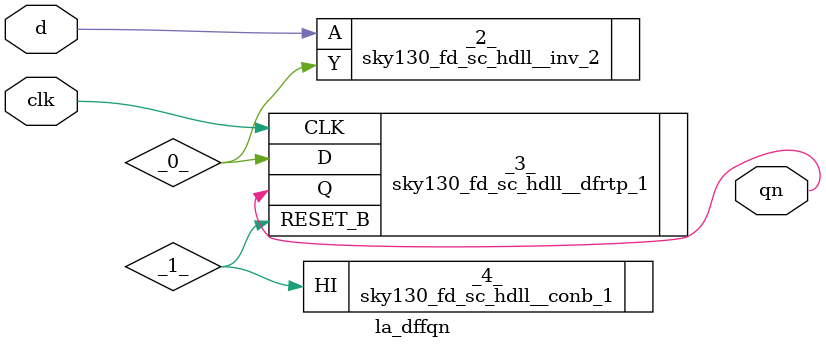
<source format=v>

/* Generated by Yosys 0.44 (git sha1 80ba43d26, g++ 11.4.0-1ubuntu1~22.04 -fPIC -O3) */

(* top =  1  *)
(* src = "inputs/la_dffqn.v:10.1-20.10" *)
module la_dffqn (
    d,
    clk,
    qn
);
  (* src = "inputs/la_dffqn.v:18.3-18.34" *)
  wire _0_;
  wire _1_;
  (* src = "inputs/la_dffqn.v:14.11-14.14" *)
  input clk;
  wire clk;
  (* src = "inputs/la_dffqn.v:13.11-13.12" *)
  input d;
  wire d;
  (* src = "inputs/la_dffqn.v:15.16-15.18" *)
  output qn;
  wire qn;
  sky130_fd_sc_hdll__inv_2 _2_ (
      .A(d),
      .Y(_0_)
  );
  (* src = "inputs/la_dffqn.v:18.3-18.34" *)
  sky130_fd_sc_hdll__dfrtp_1 _3_ (
      .CLK(clk),
      .D(_0_),
      .Q(qn),
      .RESET_B(_1_)
  );
  sky130_fd_sc_hdll__conb_1 _4_ (.HI(_1_));
endmodule

</source>
